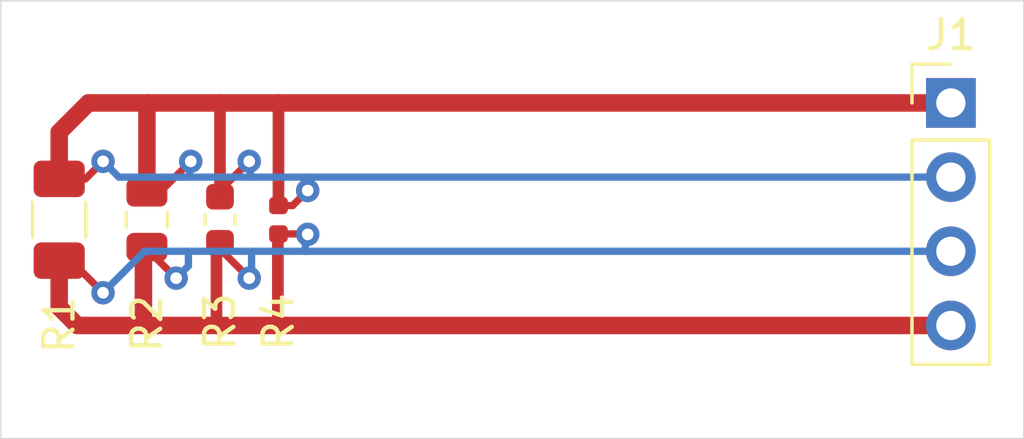
<source format=kicad_pcb>
(kicad_pcb (version 20171130) (host pcbnew 5.1.5-52549c5~84~ubuntu18.04.1)

  (general
    (thickness 1.6)
    (drawings 4)
    (tracks 67)
    (zones 0)
    (modules 5)
    (nets 3)
  )

  (page A4)
  (layers
    (0 F.Cu signal)
    (31 B.Cu signal)
    (32 B.Adhes user)
    (33 F.Adhes user)
    (34 B.Paste user)
    (35 F.Paste user)
    (36 B.SilkS user)
    (37 F.SilkS user)
    (38 B.Mask user)
    (39 F.Mask user)
    (40 Dwgs.User user)
    (41 Cmts.User user)
    (42 Eco1.User user)
    (43 Eco2.User user)
    (44 Edge.Cuts user)
    (45 Margin user)
    (46 B.CrtYd user)
    (47 F.CrtYd user)
    (48 B.Fab user)
    (49 F.Fab user)
  )

  (setup
    (last_trace_width 0.4)
    (user_trace_width 0.4)
    (user_trace_width 0.6)
    (trace_clearance 0.2)
    (zone_clearance 0.508)
    (zone_45_only no)
    (trace_min 0.2)
    (via_size 0.8)
    (via_drill 0.4)
    (via_min_size 0.4)
    (via_min_drill 0.3)
    (uvia_size 0.3)
    (uvia_drill 0.1)
    (uvias_allowed no)
    (uvia_min_size 0.2)
    (uvia_min_drill 0.1)
    (edge_width 0.05)
    (segment_width 0.2)
    (pcb_text_width 0.3)
    (pcb_text_size 1.5 1.5)
    (mod_edge_width 0.12)
    (mod_text_size 1 1)
    (mod_text_width 0.15)
    (pad_size 1.524 1.524)
    (pad_drill 0.762)
    (pad_to_mask_clearance 0.051)
    (solder_mask_min_width 0.25)
    (aux_axis_origin 0 0)
    (visible_elements FFFFFF7F)
    (pcbplotparams
      (layerselection 0x010fc_ffffffff)
      (usegerberextensions false)
      (usegerberattributes false)
      (usegerberadvancedattributes false)
      (creategerberjobfile false)
      (excludeedgelayer true)
      (linewidth 0.100000)
      (plotframeref false)
      (viasonmask false)
      (mode 1)
      (useauxorigin false)
      (hpglpennumber 1)
      (hpglpenspeed 20)
      (hpglpendiameter 15.000000)
      (psnegative false)
      (psa4output false)
      (plotreference true)
      (plotvalue true)
      (plotinvisibletext false)
      (padsonsilk false)
      (subtractmaskfromsilk false)
      (outputformat 1)
      (mirror false)
      (drillshape 0)
      (scaleselection 1)
      (outputdirectory "out"))
  )

  (net 0 "")
  (net 1 "Net-(J1-Pad3)")
  (net 2 "Net-(J1-Pad1)")

  (net_class Default "This is the default net class."
    (clearance 0.2)
    (trace_width 0.25)
    (via_dia 0.8)
    (via_drill 0.4)
    (uvia_dia 0.3)
    (uvia_drill 0.1)
    (add_net "Net-(J1-Pad1)")
    (add_net "Net-(J1-Pad3)")
  )

  (module Resistor_SMD:R_0402_1005Metric (layer F.Cu) (tedit 5B301BBD) (tstamp 5DEC3FB3)
    (at 94.5 72.5 270)
    (descr "Resistor SMD 0402 (1005 Metric), square (rectangular) end terminal, IPC_7351 nominal, (Body size source: http://www.tortai-tech.com/upload/download/2011102023233369053.pdf), generated with kicad-footprint-generator")
    (tags resistor)
    (path /5DEBF832)
    (attr smd)
    (fp_text reference R4 (at 3.5 0 90) (layer F.SilkS)
      (effects (font (size 1 1) (thickness 0.15)))
    )
    (fp_text value 0402 (at -5 0 90) (layer F.Fab)
      (effects (font (size 1 1) (thickness 0.15)))
    )
    (fp_text user %R (at 0 0 90) (layer F.Fab)
      (effects (font (size 0.25 0.25) (thickness 0.04)))
    )
    (fp_line (start 0.93 0.47) (end -0.93 0.47) (layer F.CrtYd) (width 0.05))
    (fp_line (start 0.93 -0.47) (end 0.93 0.47) (layer F.CrtYd) (width 0.05))
    (fp_line (start -0.93 -0.47) (end 0.93 -0.47) (layer F.CrtYd) (width 0.05))
    (fp_line (start -0.93 0.47) (end -0.93 -0.47) (layer F.CrtYd) (width 0.05))
    (fp_line (start 0.5 0.25) (end -0.5 0.25) (layer F.Fab) (width 0.1))
    (fp_line (start 0.5 -0.25) (end 0.5 0.25) (layer F.Fab) (width 0.1))
    (fp_line (start -0.5 -0.25) (end 0.5 -0.25) (layer F.Fab) (width 0.1))
    (fp_line (start -0.5 0.25) (end -0.5 -0.25) (layer F.Fab) (width 0.1))
    (pad 2 smd roundrect (at 0.485 0 270) (size 0.59 0.64) (layers F.Cu F.Paste F.Mask) (roundrect_rratio 0.25)
      (net 1 "Net-(J1-Pad3)"))
    (pad 1 smd roundrect (at -0.485 0 270) (size 0.59 0.64) (layers F.Cu F.Paste F.Mask) (roundrect_rratio 0.25)
      (net 2 "Net-(J1-Pad1)"))
    (model ${KISYS3DMOD}/Resistor_SMD.3dshapes/R_0402_1005Metric.wrl
      (at (xyz 0 0 0))
      (scale (xyz 1 1 1))
      (rotate (xyz 0 0 0))
    )
  )

  (module Resistor_SMD:R_0603_1608Metric (layer F.Cu) (tedit 5B301BBD) (tstamp 5DEC3FA4)
    (at 92.5 72.5 270)
    (descr "Resistor SMD 0603 (1608 Metric), square (rectangular) end terminal, IPC_7351 nominal, (Body size source: http://www.tortai-tech.com/upload/download/2011102023233369053.pdf), generated with kicad-footprint-generator")
    (tags resistor)
    (path /5DEBF23F)
    (attr smd)
    (fp_text reference R3 (at 3.5 0 90) (layer F.SilkS)
      (effects (font (size 1 1) (thickness 0.15)))
    )
    (fp_text value 0603 (at -5 0 90) (layer F.Fab)
      (effects (font (size 1 1) (thickness 0.15)))
    )
    (fp_text user %R (at 0 0 90) (layer F.Fab)
      (effects (font (size 0.4 0.4) (thickness 0.06)))
    )
    (fp_line (start 1.48 0.73) (end -1.48 0.73) (layer F.CrtYd) (width 0.05))
    (fp_line (start 1.48 -0.73) (end 1.48 0.73) (layer F.CrtYd) (width 0.05))
    (fp_line (start -1.48 -0.73) (end 1.48 -0.73) (layer F.CrtYd) (width 0.05))
    (fp_line (start -1.48 0.73) (end -1.48 -0.73) (layer F.CrtYd) (width 0.05))
    (fp_line (start -0.162779 0.51) (end 0.162779 0.51) (layer F.SilkS) (width 0.12))
    (fp_line (start -0.162779 -0.51) (end 0.162779 -0.51) (layer F.SilkS) (width 0.12))
    (fp_line (start 0.8 0.4) (end -0.8 0.4) (layer F.Fab) (width 0.1))
    (fp_line (start 0.8 -0.4) (end 0.8 0.4) (layer F.Fab) (width 0.1))
    (fp_line (start -0.8 -0.4) (end 0.8 -0.4) (layer F.Fab) (width 0.1))
    (fp_line (start -0.8 0.4) (end -0.8 -0.4) (layer F.Fab) (width 0.1))
    (pad 2 smd roundrect (at 0.7875 0 270) (size 0.875 0.95) (layers F.Cu F.Paste F.Mask) (roundrect_rratio 0.25)
      (net 1 "Net-(J1-Pad3)"))
    (pad 1 smd roundrect (at -0.7875 0 270) (size 0.875 0.95) (layers F.Cu F.Paste F.Mask) (roundrect_rratio 0.25)
      (net 2 "Net-(J1-Pad1)"))
    (model ${KISYS3DMOD}/Resistor_SMD.3dshapes/R_0603_1608Metric.wrl
      (at (xyz 0 0 0))
      (scale (xyz 1 1 1))
      (rotate (xyz 0 0 0))
    )
  )

  (module Resistor_SMD:R_0805_2012Metric (layer F.Cu) (tedit 5B36C52B) (tstamp 5DEC3F93)
    (at 90 72.5 270)
    (descr "Resistor SMD 0805 (2012 Metric), square (rectangular) end terminal, IPC_7351 nominal, (Body size source: https://docs.google.com/spreadsheets/d/1BsfQQcO9C6DZCsRaXUlFlo91Tg2WpOkGARC1WS5S8t0/edit?usp=sharing), generated with kicad-footprint-generator")
    (tags resistor)
    (path /5DEBF3AB)
    (attr smd)
    (fp_text reference R2 (at 3.5625 0 90) (layer F.SilkS)
      (effects (font (size 1 1) (thickness 0.15)))
    )
    (fp_text value 0805 (at -4.9375 0 90) (layer F.Fab)
      (effects (font (size 1 1) (thickness 0.15)))
    )
    (fp_text user %R (at 0 0 90) (layer F.Fab)
      (effects (font (size 0.5 0.5) (thickness 0.08)))
    )
    (fp_line (start 1.68 0.95) (end -1.68 0.95) (layer F.CrtYd) (width 0.05))
    (fp_line (start 1.68 -0.95) (end 1.68 0.95) (layer F.CrtYd) (width 0.05))
    (fp_line (start -1.68 -0.95) (end 1.68 -0.95) (layer F.CrtYd) (width 0.05))
    (fp_line (start -1.68 0.95) (end -1.68 -0.95) (layer F.CrtYd) (width 0.05))
    (fp_line (start -0.258578 0.71) (end 0.258578 0.71) (layer F.SilkS) (width 0.12))
    (fp_line (start -0.258578 -0.71) (end 0.258578 -0.71) (layer F.SilkS) (width 0.12))
    (fp_line (start 1 0.6) (end -1 0.6) (layer F.Fab) (width 0.1))
    (fp_line (start 1 -0.6) (end 1 0.6) (layer F.Fab) (width 0.1))
    (fp_line (start -1 -0.6) (end 1 -0.6) (layer F.Fab) (width 0.1))
    (fp_line (start -1 0.6) (end -1 -0.6) (layer F.Fab) (width 0.1))
    (pad 2 smd roundrect (at 0.9375 0 270) (size 0.975 1.4) (layers F.Cu F.Paste F.Mask) (roundrect_rratio 0.25)
      (net 1 "Net-(J1-Pad3)"))
    (pad 1 smd roundrect (at -0.9375 0 270) (size 0.975 1.4) (layers F.Cu F.Paste F.Mask) (roundrect_rratio 0.25)
      (net 2 "Net-(J1-Pad1)"))
    (model ${KISYS3DMOD}/Resistor_SMD.3dshapes/R_0805_2012Metric.wrl
      (at (xyz 0 0 0))
      (scale (xyz 1 1 1))
      (rotate (xyz 0 0 0))
    )
  )

  (module Resistor_SMD:R_1206_3216Metric (layer F.Cu) (tedit 5B301BBD) (tstamp 5DEC3F82)
    (at 87 72.5 270)
    (descr "Resistor SMD 1206 (3216 Metric), square (rectangular) end terminal, IPC_7351 nominal, (Body size source: http://www.tortai-tech.com/upload/download/2011102023233369053.pdf), generated with kicad-footprint-generator")
    (tags resistor)
    (path /5DEBF4D6)
    (attr smd)
    (fp_text reference R1 (at 3.6 0 90) (layer F.SilkS)
      (effects (font (size 1 1) (thickness 0.15)))
    )
    (fp_text value 1206 (at -5 0 90) (layer F.Fab)
      (effects (font (size 1 1) (thickness 0.15)))
    )
    (fp_text user %R (at 0 0 90) (layer F.Fab)
      (effects (font (size 0.8 0.8) (thickness 0.12)))
    )
    (fp_line (start 2.28 1.12) (end -2.28 1.12) (layer F.CrtYd) (width 0.05))
    (fp_line (start 2.28 -1.12) (end 2.28 1.12) (layer F.CrtYd) (width 0.05))
    (fp_line (start -2.28 -1.12) (end 2.28 -1.12) (layer F.CrtYd) (width 0.05))
    (fp_line (start -2.28 1.12) (end -2.28 -1.12) (layer F.CrtYd) (width 0.05))
    (fp_line (start -0.602064 0.91) (end 0.602064 0.91) (layer F.SilkS) (width 0.12))
    (fp_line (start -0.602064 -0.91) (end 0.602064 -0.91) (layer F.SilkS) (width 0.12))
    (fp_line (start 1.6 0.8) (end -1.6 0.8) (layer F.Fab) (width 0.1))
    (fp_line (start 1.6 -0.8) (end 1.6 0.8) (layer F.Fab) (width 0.1))
    (fp_line (start -1.6 -0.8) (end 1.6 -0.8) (layer F.Fab) (width 0.1))
    (fp_line (start -1.6 0.8) (end -1.6 -0.8) (layer F.Fab) (width 0.1))
    (pad 2 smd roundrect (at 1.4 0 270) (size 1.25 1.75) (layers F.Cu F.Paste F.Mask) (roundrect_rratio 0.2)
      (net 1 "Net-(J1-Pad3)"))
    (pad 1 smd roundrect (at -1.4 0 270) (size 1.25 1.75) (layers F.Cu F.Paste F.Mask) (roundrect_rratio 0.2)
      (net 2 "Net-(J1-Pad1)"))
    (model ${KISYS3DMOD}/Resistor_SMD.3dshapes/R_1206_3216Metric.wrl
      (at (xyz 0 0 0))
      (scale (xyz 1 1 1))
      (rotate (xyz 0 0 0))
    )
  )

  (module Connector_PinHeader_2.54mm:PinHeader_1x04_P2.54mm_Vertical (layer F.Cu) (tedit 59FED5CC) (tstamp 5DEC409F)
    (at 117.5 68.5)
    (descr "Through hole straight pin header, 1x04, 2.54mm pitch, single row")
    (tags "Through hole pin header THT 1x04 2.54mm single row")
    (path /5DEBEAB2)
    (fp_text reference J1 (at 0 -2.33) (layer F.SilkS)
      (effects (font (size 1 1) (thickness 0.15)))
    )
    (fp_text value IN (at 0 9.95) (layer F.Fab)
      (effects (font (size 1 1) (thickness 0.15)))
    )
    (fp_text user %R (at 0 3.81 90) (layer F.Fab)
      (effects (font (size 1 1) (thickness 0.15)))
    )
    (fp_line (start 1.8 -1.8) (end -1.8 -1.8) (layer F.CrtYd) (width 0.05))
    (fp_line (start 1.8 9.4) (end 1.8 -1.8) (layer F.CrtYd) (width 0.05))
    (fp_line (start -1.8 9.4) (end 1.8 9.4) (layer F.CrtYd) (width 0.05))
    (fp_line (start -1.8 -1.8) (end -1.8 9.4) (layer F.CrtYd) (width 0.05))
    (fp_line (start -1.33 -1.33) (end 0 -1.33) (layer F.SilkS) (width 0.12))
    (fp_line (start -1.33 0) (end -1.33 -1.33) (layer F.SilkS) (width 0.12))
    (fp_line (start -1.33 1.27) (end 1.33 1.27) (layer F.SilkS) (width 0.12))
    (fp_line (start 1.33 1.27) (end 1.33 8.95) (layer F.SilkS) (width 0.12))
    (fp_line (start -1.33 1.27) (end -1.33 8.95) (layer F.SilkS) (width 0.12))
    (fp_line (start -1.33 8.95) (end 1.33 8.95) (layer F.SilkS) (width 0.12))
    (fp_line (start -1.27 -0.635) (end -0.635 -1.27) (layer F.Fab) (width 0.1))
    (fp_line (start -1.27 8.89) (end -1.27 -0.635) (layer F.Fab) (width 0.1))
    (fp_line (start 1.27 8.89) (end -1.27 8.89) (layer F.Fab) (width 0.1))
    (fp_line (start 1.27 -1.27) (end 1.27 8.89) (layer F.Fab) (width 0.1))
    (fp_line (start -0.635 -1.27) (end 1.27 -1.27) (layer F.Fab) (width 0.1))
    (pad 4 thru_hole oval (at 0 7.62) (size 1.7 1.7) (drill 1) (layers *.Cu *.Mask)
      (net 1 "Net-(J1-Pad3)"))
    (pad 3 thru_hole oval (at 0 5.08) (size 1.7 1.7) (drill 1) (layers *.Cu *.Mask)
      (net 1 "Net-(J1-Pad3)"))
    (pad 2 thru_hole oval (at 0 2.54) (size 1.7 1.7) (drill 1) (layers *.Cu *.Mask)
      (net 2 "Net-(J1-Pad1)"))
    (pad 1 thru_hole rect (at 0 0) (size 1.7 1.7) (drill 1) (layers *.Cu *.Mask)
      (net 2 "Net-(J1-Pad1)"))
    (model ${KISYS3DMOD}/Connector_PinHeader_2.54mm.3dshapes/PinHeader_1x04_P2.54mm_Vertical.wrl
      (at (xyz 0 0 0))
      (scale (xyz 1 1 1))
      (rotate (xyz 0 0 0))
    )
  )

  (gr_line (start 85 65) (end 120 65) (layer Edge.Cuts) (width 0.05) (tstamp 5DEC4009))
  (gr_line (start 85 80) (end 85 65) (layer Edge.Cuts) (width 0.05))
  (gr_line (start 120 80) (end 85 80) (layer Edge.Cuts) (width 0.05))
  (gr_line (start 120 65) (end 120 80) (layer Edge.Cuts) (width 0.05))

  (via (at 88.5 75) (size 0.8) (drill 0.4) (layers F.Cu B.Cu) (net 1))
  (segment (start 89.92 73.58) (end 88.5 75) (width 0.25) (layer B.Cu) (net 1))
  (segment (start 87.4 73.9) (end 87 73.9) (width 0.25) (layer F.Cu) (net 1))
  (segment (start 88.5 75) (end 87.4 73.9) (width 0.25) (layer F.Cu) (net 1))
  (via (at 91 74.5) (size 0.8) (drill 0.4) (layers F.Cu B.Cu) (net 1))
  (segment (start 91.42 74.08) (end 91 74.5) (width 0.25) (layer B.Cu) (net 1))
  (segment (start 91.42 73.58) (end 91.42 74.08) (width 0.25) (layer B.Cu) (net 1))
  (segment (start 91.42 73.58) (end 89.92 73.58) (width 0.25) (layer B.Cu) (net 1))
  (segment (start 90 73.5) (end 90 73.4375) (width 0.25) (layer F.Cu) (net 1))
  (segment (start 91 74.5) (end 90 73.5) (width 0.25) (layer F.Cu) (net 1))
  (via (at 93.5 74.5) (size 0.8) (drill 0.4) (layers F.Cu B.Cu) (net 1))
  (segment (start 93.58 74.42) (end 93.5 74.5) (width 0.25) (layer B.Cu) (net 1))
  (segment (start 93.58 73.58) (end 93.58 74.42) (width 0.25) (layer B.Cu) (net 1))
  (segment (start 93.58 73.58) (end 91.42 73.58) (width 0.25) (layer B.Cu) (net 1))
  (segment (start 92.5 73.5) (end 92.5 73.2875) (width 0.25) (layer F.Cu) (net 1))
  (segment (start 93.5 74.5) (end 92.5 73.5) (width 0.25) (layer F.Cu) (net 1))
  (via (at 95.5 73) (size 0.8) (drill 0.4) (layers F.Cu B.Cu) (net 1))
  (segment (start 95.42 73.08) (end 95.5 73) (width 0.25) (layer B.Cu) (net 1))
  (segment (start 95.42 73.58) (end 95.42 73.08) (width 0.25) (layer B.Cu) (net 1))
  (segment (start 95.42 73.58) (end 93.58 73.58) (width 0.25) (layer B.Cu) (net 1))
  (segment (start 117.5 73.58) (end 95.42 73.58) (width 0.25) (layer B.Cu) (net 1))
  (segment (start 95.485 72.985) (end 94.5 72.985) (width 0.25) (layer F.Cu) (net 1))
  (segment (start 95.5 73) (end 95.485 72.985) (width 0.25) (layer F.Cu) (net 1))
  (segment (start 87 75.5) (end 87 73.9) (width 0.6) (layer F.Cu) (net 1))
  (segment (start 87.62 76.12) (end 87 75.5) (width 0.6) (layer F.Cu) (net 1))
  (segment (start 89.88 76.12) (end 89.88 73.5575) (width 0.6) (layer F.Cu) (net 1))
  (segment (start 89.88 73.5575) (end 90 73.4375) (width 0.6) (layer F.Cu) (net 1))
  (segment (start 89.88 76.12) (end 87.62 76.12) (width 0.6) (layer F.Cu) (net 1))
  (segment (start 92.38 73.4075) (end 92.5 73.2875) (width 0.4) (layer F.Cu) (net 1))
  (segment (start 92.38 76.12) (end 89.88 76.12) (width 0.6) (layer F.Cu) (net 1))
  (segment (start 92.38 76.12) (end 92.38 73.4075) (width 0.4) (layer F.Cu) (net 1))
  (segment (start 94.48 73.005) (end 94.5 72.985) (width 0.4) (layer F.Cu) (net 1))
  (segment (start 94.48 76.12) (end 94.48 73.005) (width 0.4) (layer F.Cu) (net 1))
  (segment (start 94.48 76.12) (end 92.38 76.12) (width 0.6) (layer F.Cu) (net 1))
  (segment (start 117.5 76.12) (end 94.48 76.12) (width 0.6) (layer F.Cu) (net 1))
  (via (at 88.5 70.5) (size 0.8) (drill 0.4) (layers F.Cu B.Cu) (net 2))
  (segment (start 89.04 71.04) (end 88.5 70.5) (width 0.25) (layer B.Cu) (net 2))
  (segment (start 87.9 71.1) (end 87 71.1) (width 0.25) (layer F.Cu) (net 2))
  (segment (start 88.5 70.5) (end 87.9 71.1) (width 0.25) (layer F.Cu) (net 2))
  (segment (start 91.46 70.54) (end 91.5 70.5) (width 0.25) (layer B.Cu) (net 2))
  (via (at 91.5 70.5) (size 0.8) (drill 0.4) (layers F.Cu B.Cu) (net 2))
  (segment (start 91.46 71.04) (end 91.46 70.54) (width 0.25) (layer B.Cu) (net 2))
  (segment (start 91.46 71.04) (end 89.04 71.04) (width 0.25) (layer B.Cu) (net 2))
  (segment (start 90.4375 71.5625) (end 90 71.5625) (width 0.25) (layer F.Cu) (net 2))
  (segment (start 91.5 70.5) (end 90.4375 71.5625) (width 0.25) (layer F.Cu) (net 2))
  (segment (start 93.54 70.54) (end 93.5 70.5) (width 0.25) (layer B.Cu) (net 2))
  (segment (start 93.54 71.04) (end 93.54 70.54) (width 0.25) (layer B.Cu) (net 2))
  (via (at 93.5 70.5) (size 0.8) (drill 0.4) (layers F.Cu B.Cu) (net 2))
  (segment (start 93.54 71.04) (end 91.46 71.04) (width 0.25) (layer B.Cu) (net 2))
  (segment (start 92.5 71.5) (end 92.5 71.7125) (width 0.25) (layer F.Cu) (net 2))
  (segment (start 93.5 70.5) (end 92.5 71.5) (width 0.25) (layer F.Cu) (net 2))
  (via (at 95.5 71.5) (size 0.8) (drill 0.4) (layers F.Cu B.Cu) (net 2))
  (segment (start 95.46 71.46) (end 95.5 71.5) (width 0.25) (layer B.Cu) (net 2))
  (segment (start 95.46 71.04) (end 93.54 71.04) (width 0.25) (layer B.Cu) (net 2))
  (segment (start 95.46 71.04) (end 95.46 71.46) (width 0.25) (layer B.Cu) (net 2))
  (segment (start 117.5 71.04) (end 95.46 71.04) (width 0.25) (layer B.Cu) (net 2))
  (segment (start 94.985 72.015) (end 94.5 72.015) (width 0.25) (layer F.Cu) (net 2))
  (segment (start 95.5 71.5) (end 94.985 72.015) (width 0.25) (layer F.Cu) (net 2))
  (segment (start 87 69.5) (end 87 71.1) (width 0.6) (layer F.Cu) (net 2))
  (segment (start 88 68.5) (end 87 69.5) (width 0.6) (layer F.Cu) (net 2))
  (segment (start 90 68.5) (end 90 71.5625) (width 0.6) (layer F.Cu) (net 2))
  (segment (start 90 68.5) (end 88 68.5) (width 0.6) (layer F.Cu) (net 2))
  (segment (start 92.5 68.5) (end 92.5 71.7125) (width 0.4) (layer F.Cu) (net 2))
  (segment (start 92.5 68.5) (end 90 68.5) (width 0.6) (layer F.Cu) (net 2))
  (segment (start 94.5 68.5) (end 94.5 72.015) (width 0.4) (layer F.Cu) (net 2))
  (segment (start 94.5 68.5) (end 92.5 68.5) (width 0.6) (layer F.Cu) (net 2))
  (segment (start 117.5 68.5) (end 94.5 68.5) (width 0.6) (layer F.Cu) (net 2))

)

</source>
